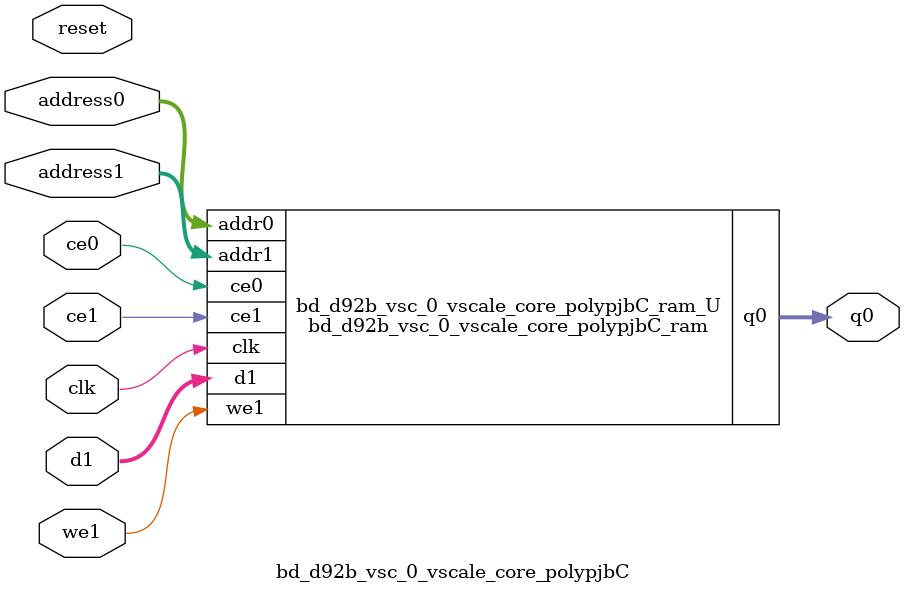
<source format=v>
`timescale 1 ns / 1 ps
module bd_d92b_vsc_0_vscale_core_polypjbC_ram (addr0, ce0, q0, addr1, ce1, d1, we1,  clk);

parameter DWIDTH = 24;
parameter AWIDTH = 12;
parameter MEM_SIZE = 4096;

input[AWIDTH-1:0] addr0;
input ce0;
output reg[DWIDTH-1:0] q0;
input[AWIDTH-1:0] addr1;
input ce1;
input[DWIDTH-1:0] d1;
input we1;
input clk;

(* ram_style = "block" *)reg [DWIDTH-1:0] ram[0:MEM_SIZE-1];




always @(posedge clk)  
begin 
    if (ce0) begin
        q0 <= ram[addr0];
    end
end


always @(posedge clk)  
begin 
    if (ce1) begin
        if (we1) 
            ram[addr1] <= d1; 
    end
end


endmodule

`timescale 1 ns / 1 ps
module bd_d92b_vsc_0_vscale_core_polypjbC(
    reset,
    clk,
    address0,
    ce0,
    q0,
    address1,
    ce1,
    we1,
    d1);

parameter DataWidth = 32'd24;
parameter AddressRange = 32'd4096;
parameter AddressWidth = 32'd12;
input reset;
input clk;
input[AddressWidth - 1:0] address0;
input ce0;
output[DataWidth - 1:0] q0;
input[AddressWidth - 1:0] address1;
input ce1;
input we1;
input[DataWidth - 1:0] d1;



bd_d92b_vsc_0_vscale_core_polypjbC_ram bd_d92b_vsc_0_vscale_core_polypjbC_ram_U(
    .clk( clk ),
    .addr0( address0 ),
    .ce0( ce0 ),
    .q0( q0 ),
    .addr1( address1 ),
    .ce1( ce1 ),
    .we1( we1 ),
    .d1( d1 ));

endmodule


</source>
